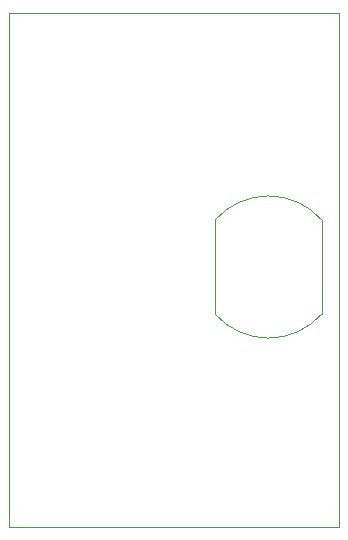
<source format=gm1>
G04 #@! TF.GenerationSoftware,KiCad,Pcbnew,8.0.0*
G04 #@! TF.CreationDate,2024-05-22T21:05:34-07:00*
G04 #@! TF.ProjectId,sim_switch,73696d5f-7377-4697-9463-682e6b696361,rev?*
G04 #@! TF.SameCoordinates,Original*
G04 #@! TF.FileFunction,Profile,NP*
%FSLAX46Y46*%
G04 Gerber Fmt 4.6, Leading zero omitted, Abs format (unit mm)*
G04 Created by KiCad (PCBNEW 8.0.0) date 2024-05-22 21:05:34*
%MOMM*%
%LPD*%
G01*
G04 APERTURE LIST*
G04 #@! TA.AperFunction,Profile*
%ADD10C,0.050000*%
G04 #@! TD*
G04 #@! TA.AperFunction,Profile*
%ADD11C,0.100000*%
G04 #@! TD*
G04 APERTURE END LIST*
D10*
X140000000Y-54500000D02*
X168000000Y-54500000D01*
X168000000Y-98000000D01*
X140000000Y-98000000D01*
X140000000Y-54500000D01*
D11*
X157500000Y-80000000D02*
X157500000Y-72000000D01*
X166500000Y-80000000D02*
X166500000Y-72000000D01*
X166500000Y-80000000D02*
G75*
G02*
X157500000Y-80000000I-4500000J4000000D01*
G01*
X157500001Y-72000001D02*
G75*
G02*
X166499999Y-72000001I4499999J-4000000D01*
G01*
M02*

</source>
